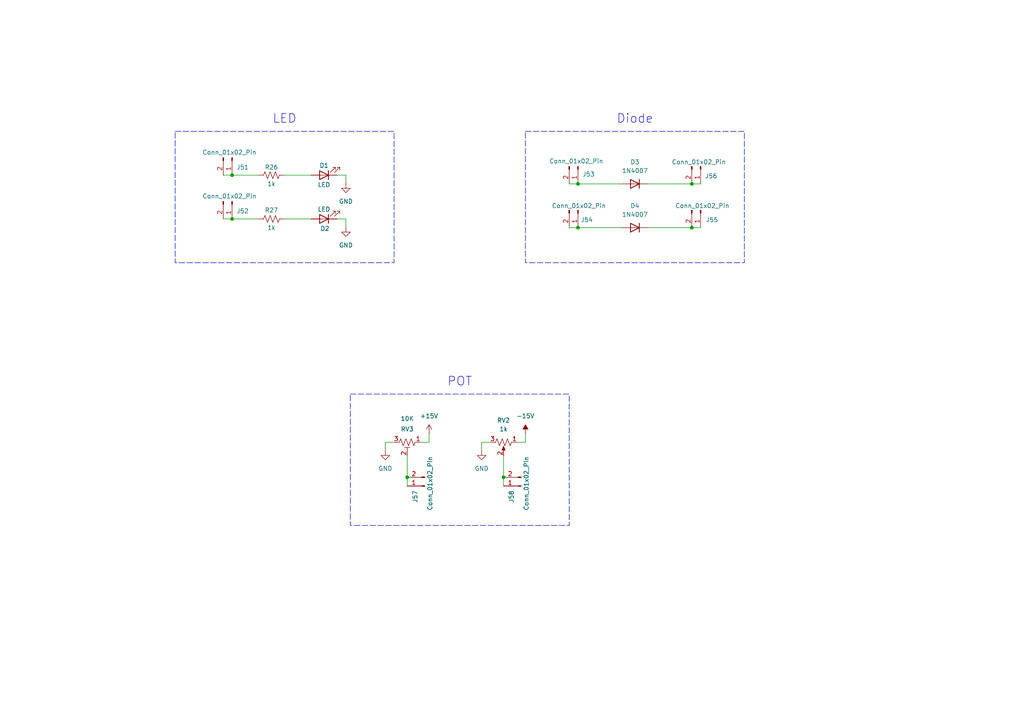
<source format=kicad_sch>
(kicad_sch (version 20250114) (generator "eeschema") (generator_version "9.0")
  (paper "A4")
  (lib_symbols
    (symbol "Connector:Conn_01x02_Pin" (pin_names (offset 1.016) (hide yes))
      (property "Reference" "J" (at 0 2.54 0))
      (property "Value" "Conn_01x02_Pin" (at 0 -5.08 0))
      (symbol "Conn_01x02_Pin_1_1"
        (rectangle (start 0.8636 0.127) (end 0 -0.127) (stroke (width 0.1524)) (fill (type outline)))
        (rectangle (start 0.8636 -2.413) (end 0 -2.667) (stroke (width 0.1524)) (fill (type outline)))
        (polyline (pts (xy 1.27 0) (xy 0.8636 0)) (stroke (width 0.1524)))
        (polyline (pts (xy 1.27 -2.54) (xy 0.8636 -2.54)) (stroke (width 0.1524)))
        (pin passive line (at 5.08 0 180) (length 3.81) (name "Pin_1") (number "1"))
        (pin passive line (at 5.08 -2.54 180) (length 3.81) (name "Pin_2") (number "2"))
      )
    )
    (symbol "Device:LED" (pin_numbers (hide yes)) (pin_names (offset 1.016) (hide yes))
      (property "Reference" "D" (at 0 2.54 0))
      (property "Value" "LED" (at 0 -2.54 0))
      (symbol "LED_0_1"
        (polyline (pts (xy -3.048 -0.762) (xy -4.572 -2.286) (xy -3.81 -2.286) (xy -4.572 -2.286) (xy -4.572 -1.524)))
        (polyline (pts (xy -1.778 -0.762) (xy -3.302 -2.286) (xy -2.54 -2.286) (xy -3.302 -2.286) (xy -3.302 -1.524)))
        (polyline (pts (xy -1.27 0) (xy 1.27 0)))
        (polyline (pts (xy -1.27 -1.27) (xy -1.27 1.27)) (stroke (width 0.254)))
        (polyline (pts (xy 1.27 -1.27) (xy 1.27 1.27) (xy -1.27 0) (xy 1.27 -1.27)) (stroke (width 0.254)))
      )
      (symbol "LED_1_1"
        (pin passive line (at -3.81 0 0) (length 2.54) (name "K") (number "1"))
        (pin passive line (at 3.81 0 180) (length 2.54) (name "A") (number "2"))
      )
    )
    (symbol "Device:R_Potentiometer_Trim_US" (pin_names (offset 1.016) (hide yes))
      (property "Reference" "RV" (at -4.445 0 90))
      (property "Value" "R_Potentiometer_Trim_US" (at -2.54 0 90))
      (symbol "R_Potentiometer_Trim_US_0_1"
        (polyline (pts (xy 0 2.286) (xy 0 2.54)))
        (polyline (pts (xy 0 2.286) (xy 1.016 1.905) (xy 0 1.524) (xy -1.016 1.143) (xy 0 0.762)))
        (polyline (pts (xy 0 0.762) (xy 1.016 0.381) (xy 0 0) (xy -1.016 -0.381) (xy 0 -0.762)))
        (polyline (pts (xy 0 -0.762) (xy 1.016 -1.143) (xy 0 -1.524) (xy -1.016 -1.905) (xy 0 -2.286)))
        (polyline (pts (xy 0 -2.286) (xy 0 -2.54)))
        (polyline (pts (xy 1.524 0.762) (xy 1.524 -0.762)))
        (polyline (pts (xy 2.54 0) (xy 1.524 0)))
      )
      (symbol "R_Potentiometer_Trim_US_1_1"
        (pin passive line (at 0 3.81 270) (length 1.27) (name "1") (number "1"))
        (pin passive line (at 0 -3.81 90) (length 1.27) (name "3") (number "3"))
        (pin passive line (at 3.81 0 180) (length 1.27) (name "2") (number "2"))
      )
    )
    (symbol "Device:R_Potentiometer_US" (pin_names (offset 1.016) (hide yes))
      (property "Reference" "RV" (at -4.445 0 90))
      (property "Value" "R_Potentiometer_US" (at -2.54 0 90))
      (symbol "R_Potentiometer_US_0_1"
        (polyline (pts (xy 0 2.54) (xy 0 2.286)))
        (polyline (pts (xy 0 2.286) (xy 1.016 1.905) (xy 0 1.524) (xy -1.016 1.143) (xy 0 0.762)))
        (polyline (pts (xy 0 0.762) (xy 1.016 0.381) (xy 0 0) (xy -1.016 -0.381) (xy 0 -0.762)))
        (polyline (pts (xy 0 -0.762) (xy 1.016 -1.143) (xy 0 -1.524) (xy -1.016 -1.905) (xy 0 -2.286)))
        (polyline (pts (xy 0 -2.286) (xy 0 -2.54)))
        (polyline (pts (xy 1.143 0) (xy 2.286 0.508) (xy 2.286 -0.508) (xy 1.143 0)) (fill (type outline)))
        (polyline (pts (xy 2.54 0) (xy 1.524 0)))
      )
      (symbol "R_Potentiometer_US_1_1"
        (pin passive line (at 0 3.81 270) (length 1.27) (name "1") (number "1"))
        (pin passive line (at 0 -3.81 90) (length 1.27) (name "3") (number "3"))
        (pin passive line (at 3.81 0 180) (length 1.27) (name "2") (number "2"))
      )
    )
    (symbol "Device:R_US" (pin_numbers (hide yes)) (pin_names (offset 0))
      (property "Reference" "R" (at 2.54 0 90))
      (property "Value" "R_US" (at -2.54 0 90))
      (symbol "R_US_0_1"
        (polyline (pts (xy 0 2.286) (xy 0 2.54)))
        (polyline (pts (xy 0 2.286) (xy 1.016 1.905) (xy 0 1.524) (xy -1.016 1.143) (xy 0 0.762)))
        (polyline (pts (xy 0 0.762) (xy 1.016 0.381) (xy 0 0) (xy -1.016 -0.381) (xy 0 -0.762)))
        (polyline (pts (xy 0 -0.762) (xy 1.016 -1.143) (xy 0 -1.524) (xy -1.016 -1.905) (xy 0 -2.286)))
        (polyline (pts (xy 0 -2.286) (xy 0 -2.54)))
      )
      (symbol "R_US_1_1"
        (pin passive line (at 0 3.81 270) (length 1.27) (name "~") (number "1"))
        (pin passive line (at 0 -3.81 90) (length 1.27) (name "~") (number "2"))
      )
    )
    (symbol "Diode:1N4007" (pin_numbers (hide yes)) (pin_names (hide yes))
      (property "Reference" "D" (at 0 2.54 0))
      (property "Value" "1N4007" (at 0 -2.54 0))
      (symbol "1N4007_0_1"
        (polyline (pts (xy -1.27 1.27) (xy -1.27 -1.27)) (stroke (width 0.254)))
        (polyline (pts (xy 1.27 1.27) (xy 1.27 -1.27) (xy -1.27 0) (xy 1.27 1.27)) (stroke (width 0.254)))
        (polyline (pts (xy 1.27 0) (xy -1.27 0)))
      )
      (symbol "1N4007_1_1"
        (pin passive line (at -3.81 0 0) (length 2.54) (name "K") (number "1"))
        (pin passive line (at 3.81 0 180) (length 2.54) (name "A") (number "2"))
      )
    )
    (symbol "power:+15V" (power) (pin_numbers (hide yes)) (pin_names (offset 0) (hide yes))
      (property "Value" "+15V" (at 0 3.556 0))
      (symbol "+15V_0_1"
        (polyline (pts (xy -0.762 1.27) (xy 0 2.54)))
        (polyline (pts (xy 0 2.54) (xy 0.762 1.27)))
        (polyline (pts (xy 0 0) (xy 0 2.54)))
      )
      (symbol "+15V_1_1"
        (pin power_in line (at 0 0 90) (length 0) (name "~") (number "1"))
      )
    )
    (symbol "power:-15V" (power) (pin_numbers (hide yes)) (pin_names (offset 0) (hide yes))
      (property "Value" "-15V" (at 0 3.556 0))
      (symbol "-15V_0_0"
        (pin power_in line (at 0 0 90) (length 0) (name "~") (number "1"))
      )
      (symbol "-15V_0_1"
        (polyline (pts (xy 0 0) (xy 0 1.27) (xy 0.762 1.27) (xy 0 2.54) (xy -0.762 1.27) (xy 0 1.27)) (fill (type outline)))
      )
    )
    (symbol "power:GND" (power) (pin_numbers (hide yes)) (pin_names (offset 0) (hide yes))
      (property "Value" "GND" (at 0 -3.81 0))
      (symbol "GND_0_1"
        (polyline (pts (xy 0 0) (xy 0 -1.27) (xy 1.27 -1.27) (xy 0 -2.54) (xy -1.27 -1.27) (xy 0 -1.27)))
      )
      (symbol "GND_1_1"
        (pin power_in line (at 0 0 270) (length 0) (name "~") (number "1"))
      )
    )
  )
  (rectangle (start 101.6 114.3) (end 165.1 152.4) (stroke (width 0) (type dash)))
  (rectangle (start 50.8 38.1) (end 114.3 76.2) (stroke (width 0) (type dash)))
  (rectangle (start 152.4 38.1) (end 215.9 76.2) (stroke (width 0) (type dash)))
  (text "Diode\n" (at 184.15 34.544 0) (effects (font (size 2.54 2.54))))
  (text "POT" (at 133.35 110.744 0) (effects (font (size 2.54 2.54))))
  (text "LED" (at 82.55 34.544 0) (effects (font (size 2.54 2.54))))
  (junction (at 118.11 138.43))
  (junction (at 200.66 66.04))
  (junction (at 167.64 66.04))
  (junction (at 67.31 50.8))
  (junction (at 67.31 63.5))
  (junction (at 146.05 138.43))
  (junction (at 200.66 53.34))
  (junction (at 167.64 53.34))
  (wire (pts (xy 82.55 50.8) (xy 90.17 50.8)))
  (wire (pts (xy 67.31 50.8) (xy 74.93 50.8)))
  (wire (pts (xy 82.55 63.5) (xy 90.17 63.5)))
  (wire (pts (xy 118.11 138.43) (xy 118.11 140.97)))
  (wire (pts (xy 114.3 128.27) (xy 111.76 128.27)))
  (wire (pts (xy 167.64 53.34) (xy 180.34 53.34)))
  (wire (pts (xy 139.7 128.27) (xy 139.7 130.81)))
  (wire (pts (xy 167.64 66.04) (xy 180.34 66.04)))
  (wire (pts (xy 111.76 128.27) (xy 111.76 130.81)))
  (wire (pts (xy 187.96 53.34) (xy 200.66 53.34)))
  (wire (pts (xy 165.1 66.04) (xy 167.64 66.04)))
  (wire (pts (xy 67.31 63.5) (xy 74.93 63.5)))
  (wire (pts (xy 152.4 125.73) (xy 152.4 128.27)))
  (wire (pts (xy 100.33 66.04) (xy 100.33 63.5)))
  (wire (pts (xy 64.77 63.5) (xy 67.31 63.5)))
  (wire (pts (xy 187.96 66.04) (xy 200.66 66.04)))
  (wire (pts (xy 165.1 53.34) (xy 167.64 53.34)))
  (wire (pts (xy 142.24 128.27) (xy 139.7 128.27)))
  (wire (pts (xy 200.66 66.04) (xy 203.2 66.04)))
  (wire (pts (xy 152.4 128.27) (xy 149.86 128.27)))
  (wire (pts (xy 64.77 50.8) (xy 67.31 50.8)))
  (wire (pts (xy 146.05 138.43) (xy 146.05 140.97)))
  (wire (pts (xy 200.66 53.34) (xy 203.2 53.34)))
  (wire (pts (xy 146.05 132.08) (xy 146.05 138.43)))
  (wire (pts (xy 97.79 50.8) (xy 100.33 50.8)))
  (wire (pts (xy 124.46 128.27) (xy 121.92 128.27)))
  (wire (pts (xy 97.79 63.5) (xy 100.33 63.5)))
  (wire (pts (xy 124.46 125.73) (xy 124.46 128.27)))
  (wire (pts (xy 118.11 132.08) (xy 118.11 138.43)))
  (wire (pts (xy 100.33 50.8) (xy 100.33 53.34)))
  (symbol (lib_id "Connector:Conn_01x02_Pin") (at 203.2 60.96 270) (unit 1)
    (property "Reference" "J55" (at 204.724 63.754 90) (effects (justify left)))
    (property "Value" "Conn_01x02_Pin" (at 195.834 59.69 90) (effects (justify left)))
    (property "Footprint" "Connector_PinHeader_2.54mm:PinHeader_1x02_P2.54mm_Vertical" (effects (hide yes)))
    (property "Description" "Generic connector, single row, 01x02, script generated" (effects (hide yes)))
  )
  (symbol (lib_id "Device:LED") (at 93.98 50.8 180) (unit 1)
    (property "Reference" "D1" (at 93.98 48.006 0))
    (property "Value" "LED" (at 93.98 53.594 0))
    (property "Footprint" "LED_THT:LED_D5.0mm" (effects (hide yes)))
    (property "Description" "Light emitting diode" (effects (hide yes)))
    (property "Sim.Pins" "1=K 2=A" (effects (hide yes)))
  )
  (symbol (lib_id "power:GND") (at 100.33 53.34 0) (unit 1)
    (property "Reference" "#PWR09" (effects (hide yes)))
    (property "Value" "GND" (at 100.33 58.42 0))
    (property "Description" "Power symbol creates a global label with name \"GND\" , ground" (effects (hide yes)))
  )
  (symbol (lib_id "Connector:Conn_01x02_Pin") (at 67.31 45.72 270) (unit 1)
    (property "Reference" "J51" (at 68.58 48.514 90) (effects (justify left)))
    (property "Value" "Conn_01x02_Pin" (at 58.674 44.196 90) (effects (justify left)))
    (property "Footprint" "Connector_PinHeader_2.54mm:PinHeader_1x02_P2.54mm_Vertical" (effects (hide yes)))
    (property "Description" "Generic connector, single row, 01x02, script generated" (effects (hide yes)))
  )
  (symbol (lib_id "Connector:Conn_01x02_Pin") (at 123.19 140.97 180) (unit 1)
    (property "Reference" "J57" (at 120.396 142.24 90) (effects (justify left)))
    (property "Value" "Conn_01x02_Pin" (at 124.714 132.334 90) (effects (justify left)))
    (property "Footprint" "Connector_PinHeader_2.54mm:PinHeader_1x02_P2.54mm_Vertical" (effects (hide yes)))
    (property "Description" "Generic connector, single row, 01x02, script generated" (effects (hide yes)))
  )
  (symbol (lib_id "Device:R_US") (at 78.74 50.8 90) (unit 1)
    (property "Reference" "R26" (at 78.74 48.514 90))
    (property "Value" "1k" (at 78.74 53.34 90))
    (property "Footprint" "Resistor_THT:R_Axial_DIN0207_L6.3mm_D2.5mm_P10.16mm_Horizontal" (effects (hide yes)))
    (property "Description" "Resistor, US symbol" (effects (hide yes)))
  )
  (symbol (lib_id "Device:R_Potentiometer_Trim_US") (at 118.11 128.27 270) (unit 1)
    (property "Reference" "RV3" (at 118.11 124.46 90))
    (property "Value" "10K" (at 118.11 121.412 90))
    (property "Footprint" "Potentiometer_THT:Potentiometer_Runtron_RM-065_Vertical" (effects (hide yes)))
    (property "Description" "Trim-potentiometer, US symbol" (effects (hide yes)))
  )
  (symbol (lib_id "Diode:1N4007") (at 184.15 53.34 180) (unit 1)
    (property "Reference" "D3" (at 184.15 46.99 0))
    (property "Value" "1N4007" (at 184.15 49.53 0))
    (property "Footprint" "Diode_THT:D_DO-41_SOD81_P10.16mm_Horizontal" (effects (hide yes)))
    (property "Datasheet" "http://www.vishay.com/docs/88503/1n4001.pdf" (effects (hide yes)))
    (property "Description" "1000V 1A General Purpose Rectifier Diode, DO-41" (effects (hide yes)))
    (property "Sim.Device" "D" (effects (hide yes)))
    (property "Sim.Pins" "1=K 2=A" (effects (hide yes)))
  )
  (symbol (lib_id "Device:LED") (at 93.98 63.5 180) (unit 1)
    (property "Reference" "D2" (at 94.234 66.294 0))
    (property "Value" "LED" (at 93.98 60.706 0))
    (property "Footprint" "LED_THT:LED_D5.0mm_Clear" (effects (hide yes)))
    (property "Description" "Light emitting diode" (effects (hide yes)))
    (property "Sim.Pins" "1=K 2=A" (effects (hide yes)))
  )
  (symbol (lib_id "power:GND") (at 139.7 130.81 0) (unit 1)
    (property "Reference" "#PWR012" (effects (hide yes)))
    (property "Value" "GND" (at 139.7 135.89 0))
    (property "Description" "Power symbol creates a global label with name \"GND\" , ground" (effects (hide yes)))
  )
  (symbol (lib_id "Connector:Conn_01x02_Pin") (at 67.31 58.42 270) (unit 1)
    (property "Reference" "J52" (at 68.58 61.214 90) (effects (justify left)))
    (property "Value" "Conn_01x02_Pin" (at 58.674 56.896 90) (effects (justify left)))
    (property "Footprint" "Connector_PinHeader_2.54mm:PinHeader_1x02_P2.54mm_Vertical" (effects (hide yes)))
    (property "Description" "Generic connector, single row, 01x02, script generated" (effects (hide yes)))
  )
  (symbol (lib_id "Connector:Conn_01x02_Pin") (at 167.64 48.26 270) (unit 1)
    (property "Reference" "J53" (at 168.91 50.546 90) (effects (justify left)))
    (property "Value" "Conn_01x02_Pin" (at 159.258 46.736 90) (effects (justify left)))
    (property "Footprint" "Connector_PinHeader_2.54mm:PinHeader_1x02_P2.54mm_Vertical" (effects (hide yes)))
    (property "Description" "Generic connector, single row, 01x02, script generated" (effects (hide yes)))
  )
  (symbol (lib_id "power:-15V") (at 152.4 125.73 0) (unit 1)
    (property "Reference" "#PWR013" (effects (hide yes)))
    (property "Value" "-15V" (at 152.4 120.65 0))
    (property "Description" "Power symbol creates a global label with name \"-15V\"" (effects (hide yes)))
  )
  (symbol (lib_id "Device:R_US") (at 78.74 63.5 90) (unit 1)
    (property "Reference" "R27" (at 78.74 60.96 90))
    (property "Value" "1k" (at 78.74 66.04 90))
    (property "Footprint" "Resistor_THT:R_Axial_DIN0207_L6.3mm_D2.5mm_P10.16mm_Horizontal" (effects (hide yes)))
    (property "Description" "Resistor, US symbol" (effects (hide yes)))
  )
  (symbol (lib_id "power:GND") (at 111.76 130.81 0) (unit 1)
    (property "Reference" "#PWR010" (effects (hide yes)))
    (property "Value" "GND" (at 111.76 135.89 0))
    (property "Description" "Power symbol creates a global label with name \"GND\" , ground" (effects (hide yes)))
  )
  (symbol (lib_id "Connector:Conn_01x02_Pin") (at 151.13 140.97 180) (unit 1)
    (property "Reference" "J58" (at 148.336 142.24 90) (effects (justify left)))
    (property "Value" "Conn_01x02_Pin" (at 152.654 132.334 90) (effects (justify left)))
    (property "Footprint" "Connector_PinHeader_2.54mm:PinHeader_1x02_P2.54mm_Vertical" (effects (hide yes)))
    (property "Description" "Generic connector, single row, 01x02, script generated" (effects (hide yes)))
  )
  (symbol (lib_id "power:+15V") (at 124.46 125.73 0) (unit 1)
    (property "Reference" "#PWR011" (effects (hide yes)))
    (property "Value" "+15V" (at 124.46 120.65 0))
    (property "Description" "Power symbol creates a global label with name \"+15V\"" (effects (hide yes)))
  )
  (symbol (lib_id "power:GND") (at 100.33 66.04 0) (unit 1)
    (property "Reference" "#PWR08" (effects (hide yes)))
    (property "Value" "GND" (at 100.33 71.12 0))
    (property "Description" "Power symbol creates a global label with name \"GND\" , ground" (effects (hide yes)))
  )
  (symbol (lib_id "Diode:1N4007") (at 184.15 66.04 180) (unit 1)
    (property "Reference" "D4" (at 184.15 59.69 0))
    (property "Value" "1N4007" (at 184.15 62.23 0))
    (property "Footprint" "Diode_THT:D_DO-41_SOD81_P10.16mm_Horizontal" (effects (hide yes)))
    (property "Datasheet" "http://www.vishay.com/docs/88503/1n4001.pdf" (effects (hide yes)))
    (property "Description" "1000V 1A General Purpose Rectifier Diode, DO-41" (effects (hide yes)))
    (property "Sim.Device" "D" (effects (hide yes)))
    (property "Sim.Pins" "1=K 2=A" (effects (hide yes)))
  )
  (symbol (lib_id "Connector:Conn_01x02_Pin") (at 167.64 60.96 270) (unit 1)
    (property "Reference" "J54" (at 168.402 63.754 90) (effects (justify left)))
    (property "Value" "Conn_01x02_Pin" (at 160.02 59.69 90) (effects (justify left)))
    (property "Footprint" "Connector_PinHeader_2.54mm:PinHeader_1x02_P2.54mm_Vertical" (effects (hide yes)))
    (property "Description" "Generic connector, single row, 01x02, script generated" (effects (hide yes)))
  )
  (symbol (lib_id "Device:R_Potentiometer_US") (at 146.05 128.27 270) (unit 1)
    (property "Reference" "RV2" (at 146.05 121.92 90))
    (property "Value" "1k" (at 146.05 124.46 90))
    (property "Footprint" "Potentiometer_THT:Potentiometer_Runtron_RM-065_Vertical" (effects (hide yes)))
    (property "Description" "Potentiometer, US symbol" (effects (hide yes)))
  )
  (symbol (lib_id "Connector:Conn_01x02_Pin") (at 203.2 48.26 270) (unit 1)
    (property "Reference" "J56" (at 204.47 51.054 90) (effects (justify left)))
    (property "Value" "Conn_01x02_Pin" (at 194.818 46.99 90) (effects (justify left)))
    (property "Footprint" "Connector_PinHeader_2.54mm:PinHeader_1x02_P2.54mm_Vertical" (effects (hide yes)))
    (property "Description" "Generic connector, single row, 01x02, script generated" (effects (hide yes)))
  )
)
</source>
